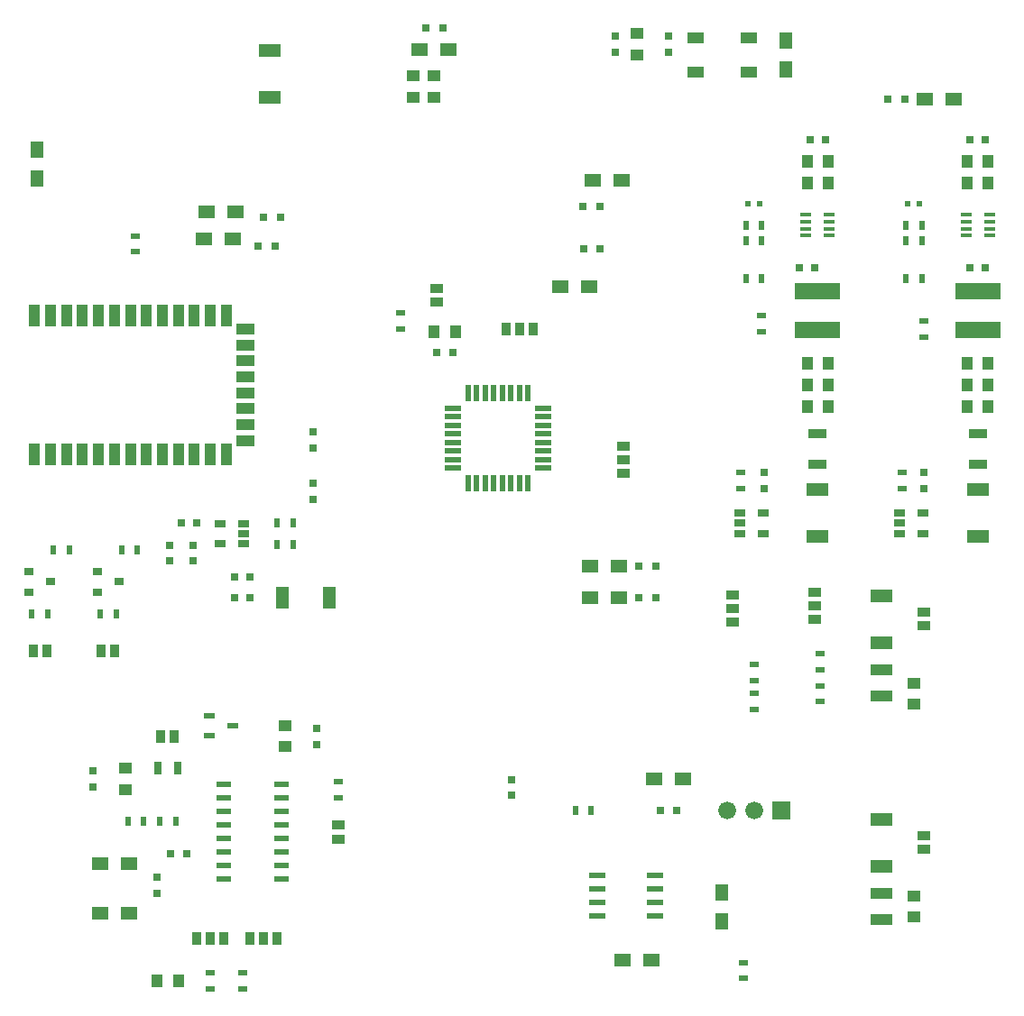
<source format=gbr>
G04 #@! TF.FileFunction,Paste,Top*
%FSLAX46Y46*%
G04 Gerber Fmt 4.6, Leading zero omitted, Abs format (unit mm)*
G04 Created by KiCad (PCBNEW 4.0.7) date 06/11/18 20:49:47*
%MOMM*%
%LPD*%
G01*
G04 APERTURE LIST*
%ADD10C,0.100000*%
%ADD11R,1.800000X1.000000*%
%ADD12R,1.000000X2.000000*%
%ADD13R,0.750000X0.800000*%
%ADD14R,0.800000X0.750000*%
%ADD15R,2.030000X1.140000*%
%ADD16R,1.270000X0.970000*%
%ADD17R,1.009200X0.599200*%
%ADD18R,0.500000X0.900000*%
%ADD19R,0.900000X0.500000*%
%ADD20R,1.060000X0.400000*%
%ADD21R,1.499200X0.549200*%
%ADD22R,0.700000X1.300000*%
%ADD23R,1.600000X1.000000*%
%ADD24R,1.250000X1.000000*%
%ADD25R,1.000000X1.250000*%
%ADD26R,0.970000X1.270000*%
%ADD27R,0.900000X0.800000*%
%ADD28R,1.600000X0.550000*%
%ADD29R,0.550000X1.600000*%
%ADD30R,1.060000X0.650000*%
%ADD31R,0.600000X0.500000*%
%ADD32R,0.800000X0.800000*%
%ADD33R,4.200000X1.500000*%
%ADD34R,1.500000X1.300000*%
%ADD35R,1.300000X1.500000*%
%ADD36R,1.700000X0.900000*%
%ADD37R,1.676400X1.676400*%
%ADD38C,1.676400*%
%ADD39R,1.448400X0.498400*%
%ADD40R,2.098040X1.198880*%
%ADD41R,1.198880X2.098040*%
G04 APERTURE END LIST*
D10*
D11*
X73250000Y-90250000D03*
X73250000Y-88750000D03*
X73250000Y-87250000D03*
X73250000Y-85750000D03*
X73250000Y-84250000D03*
X73250000Y-82750000D03*
X73250000Y-81250000D03*
X73250000Y-79750000D03*
D12*
X53500000Y-91500000D03*
X55000000Y-91500000D03*
X56500000Y-91500000D03*
X58000000Y-91500000D03*
X59500000Y-91500000D03*
X61000000Y-91500000D03*
X62500000Y-91500000D03*
X64000000Y-91500000D03*
X65500000Y-91500000D03*
X67000000Y-91500000D03*
X68500000Y-91500000D03*
X70000000Y-91500000D03*
X71500000Y-91500000D03*
X71500000Y-78500000D03*
X70000000Y-78500000D03*
X68500000Y-78500000D03*
X67000000Y-78500000D03*
X65500000Y-78500000D03*
X64000000Y-78500000D03*
X62500000Y-78500000D03*
X61000000Y-78500000D03*
X59500000Y-78500000D03*
X58000000Y-78500000D03*
X56500000Y-78500000D03*
X55000000Y-78500000D03*
X53500000Y-78500000D03*
D13*
X108000000Y-52250000D03*
X108000000Y-53750000D03*
X113000000Y-52250000D03*
X113000000Y-53750000D03*
D14*
X127750000Y-62000000D03*
X126250000Y-62000000D03*
X126750000Y-74000000D03*
X125250000Y-74000000D03*
D13*
X59000000Y-122750000D03*
X59000000Y-121250000D03*
D14*
X66250000Y-129000000D03*
X67750000Y-129000000D03*
D13*
X65000000Y-132750000D03*
X65000000Y-131250000D03*
D14*
X142750000Y-62000000D03*
X141250000Y-62000000D03*
X142750000Y-74000000D03*
X141250000Y-74000000D03*
D13*
X137000000Y-93250000D03*
X137000000Y-94750000D03*
X122000000Y-93250000D03*
X122000000Y-94750000D03*
D15*
X133000000Y-111800000D03*
X133000000Y-114200000D03*
X133000000Y-132800000D03*
X133000000Y-135200000D03*
D16*
X82000000Y-126360000D03*
X82000000Y-127640000D03*
D17*
X69900000Y-116050000D03*
X72100000Y-117000000D03*
X69900000Y-117950000D03*
D18*
X121750000Y-75000000D03*
X120250000Y-75000000D03*
D19*
X121750000Y-80000000D03*
X121750000Y-78500000D03*
D18*
X121750000Y-71500000D03*
X120250000Y-71500000D03*
X120250000Y-70000000D03*
X121750000Y-70000000D03*
X66750000Y-126000000D03*
X65250000Y-126000000D03*
X63750000Y-126000000D03*
X62250000Y-126000000D03*
D19*
X82000000Y-122250000D03*
X82000000Y-123750000D03*
X63000000Y-72500000D03*
X63000000Y-71000000D03*
D18*
X105750000Y-125000000D03*
X104250000Y-125000000D03*
D19*
X120000000Y-140750000D03*
X120000000Y-139250000D03*
D18*
X136750000Y-75000000D03*
X135250000Y-75000000D03*
D19*
X137000000Y-80500000D03*
X137000000Y-79000000D03*
D18*
X136750000Y-71500000D03*
X135250000Y-71500000D03*
X135250000Y-70000000D03*
X136750000Y-70000000D03*
D19*
X119750000Y-93250000D03*
X119750000Y-94750000D03*
X134950000Y-93250000D03*
X134950000Y-94750000D03*
D20*
X128100000Y-70980000D03*
X128100000Y-70330000D03*
X128100000Y-69670000D03*
X128100000Y-69020000D03*
X125900000Y-69020000D03*
X125900000Y-69670000D03*
X125900000Y-70330000D03*
X125900000Y-70980000D03*
D21*
X106300000Y-131095000D03*
X106300000Y-132365000D03*
X106300000Y-133635000D03*
X106300000Y-134905000D03*
X111700000Y-134905000D03*
X111700000Y-133635000D03*
X111700000Y-132365000D03*
X111700000Y-131095000D03*
D20*
X143100000Y-70980000D03*
X143100000Y-70330000D03*
X143100000Y-69670000D03*
X143100000Y-69020000D03*
X140900000Y-69020000D03*
X140900000Y-69670000D03*
X140900000Y-70330000D03*
X140900000Y-70980000D03*
D13*
X80000000Y-117250000D03*
X80000000Y-118750000D03*
D22*
X65050000Y-121000000D03*
X66950000Y-121000000D03*
D19*
X121000000Y-111250000D03*
X121000000Y-112750000D03*
X121000000Y-114000000D03*
X121000000Y-115500000D03*
X127250000Y-110250000D03*
X127250000Y-111750000D03*
X127250000Y-113250000D03*
X127250000Y-114750000D03*
D23*
X120500000Y-55600000D03*
X120500000Y-52400000D03*
X115500000Y-55600000D03*
X115500000Y-52400000D03*
D24*
X89000000Y-56000000D03*
X89000000Y-58000000D03*
X91000000Y-56000000D03*
X91000000Y-58000000D03*
X110000000Y-54000000D03*
X110000000Y-52000000D03*
D25*
X67000000Y-141000000D03*
X65000000Y-141000000D03*
X93000000Y-80000000D03*
X91000000Y-80000000D03*
D14*
X91250000Y-82000000D03*
X92750000Y-82000000D03*
D13*
X79600000Y-89450000D03*
X79600000Y-90950000D03*
X79600000Y-95750000D03*
X79600000Y-94250000D03*
D25*
X126000000Y-64000000D03*
X128000000Y-64000000D03*
X126000000Y-66000000D03*
X128000000Y-66000000D03*
X126000000Y-83000000D03*
X128000000Y-83000000D03*
X126000000Y-85000000D03*
X128000000Y-85000000D03*
X126000000Y-87000000D03*
X128000000Y-87000000D03*
D24*
X62000000Y-121000000D03*
X62000000Y-123000000D03*
X77000000Y-117000000D03*
X77000000Y-119000000D03*
X136000000Y-115000000D03*
X136000000Y-113000000D03*
X136000000Y-135000000D03*
X136000000Y-133000000D03*
D25*
X141000000Y-64000000D03*
X143000000Y-64000000D03*
X141000000Y-66000000D03*
X143000000Y-66000000D03*
X141000000Y-83000000D03*
X143000000Y-83000000D03*
X141000000Y-85000000D03*
X143000000Y-85000000D03*
X141000000Y-87000000D03*
X143000000Y-87000000D03*
D14*
X73750000Y-105000000D03*
X72250000Y-105000000D03*
X73750000Y-103000000D03*
X72250000Y-103000000D03*
X68750000Y-98000000D03*
X67250000Y-98000000D03*
D13*
X68400000Y-100050000D03*
X68400000Y-101550000D03*
X66200000Y-100050000D03*
X66200000Y-101550000D03*
D26*
X68730000Y-137000000D03*
X70000000Y-137000000D03*
X71270000Y-137000000D03*
X76270000Y-137000000D03*
X75000000Y-137000000D03*
X73730000Y-137000000D03*
D16*
X108800000Y-90730000D03*
X108800000Y-92000000D03*
X108800000Y-93270000D03*
D26*
X97730000Y-79756000D03*
X99000000Y-79756000D03*
X100270000Y-79756000D03*
D27*
X59400000Y-102550000D03*
X59400000Y-104450000D03*
X61400000Y-103500000D03*
X53000000Y-102550000D03*
X53000000Y-104450000D03*
X55000000Y-103500000D03*
D19*
X70000000Y-141750000D03*
X70000000Y-140250000D03*
X73000000Y-141750000D03*
X73000000Y-140250000D03*
X87884000Y-78244000D03*
X87884000Y-79744000D03*
D18*
X76250000Y-98000000D03*
X77750000Y-98000000D03*
X76250000Y-100000000D03*
X77750000Y-100000000D03*
X59650000Y-106500000D03*
X61150000Y-106500000D03*
X53250000Y-106500000D03*
X54750000Y-106500000D03*
X61650000Y-100500000D03*
X63150000Y-100500000D03*
X55250000Y-100500000D03*
X56750000Y-100500000D03*
D28*
X92750000Y-87200000D03*
X92750000Y-88000000D03*
X92750000Y-88800000D03*
X92750000Y-89600000D03*
X92750000Y-90400000D03*
X92750000Y-91200000D03*
X92750000Y-92000000D03*
X92750000Y-92800000D03*
D29*
X94200000Y-94250000D03*
X95000000Y-94250000D03*
X95800000Y-94250000D03*
X96600000Y-94250000D03*
X97400000Y-94250000D03*
X98200000Y-94250000D03*
X99000000Y-94250000D03*
X99800000Y-94250000D03*
D28*
X101250000Y-92800000D03*
X101250000Y-92000000D03*
X101250000Y-91200000D03*
X101250000Y-90400000D03*
X101250000Y-89600000D03*
X101250000Y-88800000D03*
X101250000Y-88000000D03*
X101250000Y-87200000D03*
D29*
X99800000Y-85750000D03*
X99000000Y-85750000D03*
X98200000Y-85750000D03*
X97400000Y-85750000D03*
X96600000Y-85750000D03*
X95800000Y-85750000D03*
X95000000Y-85750000D03*
X94200000Y-85750000D03*
D30*
X73100000Y-99950000D03*
X73100000Y-99000000D03*
X73100000Y-98050000D03*
X70900000Y-98050000D03*
X70900000Y-99950000D03*
D26*
X61040000Y-110000000D03*
X59760000Y-110000000D03*
X54640000Y-110000000D03*
X53360000Y-110000000D03*
D13*
X98298000Y-122059000D03*
X98298000Y-123559000D03*
D16*
X126750000Y-104480000D03*
X126750000Y-105750000D03*
X126750000Y-107020000D03*
X119000000Y-104730000D03*
X119000000Y-106000000D03*
X119000000Y-107270000D03*
X91200000Y-77240000D03*
X91200000Y-75960000D03*
D26*
X66640000Y-118000000D03*
X65360000Y-118000000D03*
D16*
X137000000Y-106360000D03*
X137000000Y-107640000D03*
X137000000Y-127360000D03*
X137000000Y-128640000D03*
D31*
X121550000Y-68000000D03*
X120450000Y-68000000D03*
X136550000Y-68000000D03*
X135450000Y-68000000D03*
D32*
X133566000Y-58166000D03*
X135166000Y-58166000D03*
X91800000Y-51500000D03*
X90200000Y-51500000D03*
X104950000Y-68250000D03*
X106550000Y-68250000D03*
X105000000Y-72200000D03*
X106600000Y-72200000D03*
X111800000Y-102000000D03*
X110200000Y-102000000D03*
X111800000Y-105000000D03*
X110200000Y-105000000D03*
X74450000Y-72000000D03*
X76050000Y-72000000D03*
X113800000Y-125000000D03*
X112200000Y-125000000D03*
X74950000Y-69250000D03*
X76550000Y-69250000D03*
D33*
X127000000Y-76200000D03*
X127000000Y-79800000D03*
X142000000Y-76200000D03*
X142000000Y-79800000D03*
D34*
X92350000Y-53500000D03*
X89650000Y-53500000D03*
D35*
X124000000Y-55350000D03*
X124000000Y-52650000D03*
D34*
X108600000Y-65750000D03*
X105900000Y-65750000D03*
X105550000Y-75800000D03*
X102850000Y-75800000D03*
D36*
X127000000Y-92450000D03*
X127000000Y-89550000D03*
D34*
X62350000Y-130000000D03*
X59650000Y-130000000D03*
X62350000Y-134600000D03*
X59650000Y-134600000D03*
D36*
X142000000Y-92450000D03*
X142000000Y-89550000D03*
D34*
X108650000Y-139000000D03*
X111350000Y-139000000D03*
X111650000Y-122000000D03*
X114350000Y-122000000D03*
D35*
X118000000Y-135350000D03*
X118000000Y-132650000D03*
X53750000Y-65600000D03*
X53750000Y-62900000D03*
D37*
X123540000Y-125000000D03*
D38*
X121000000Y-125000000D03*
X118460000Y-125000000D03*
D39*
X71300000Y-122555000D03*
X71300000Y-123825000D03*
X71300000Y-125095000D03*
X71300000Y-126365000D03*
X71300000Y-127635000D03*
X71300000Y-128905000D03*
X71300000Y-130175000D03*
X71300000Y-131445000D03*
X76700000Y-131445000D03*
X76700000Y-130175000D03*
X76700000Y-128905000D03*
X76700000Y-127635000D03*
X76700000Y-126365000D03*
X76700000Y-125095000D03*
X76700000Y-123825000D03*
X76700000Y-122555000D03*
D30*
X119650000Y-97050000D03*
X119650000Y-98000000D03*
X119650000Y-98950000D03*
X121850000Y-98950000D03*
X121850000Y-97050000D03*
X134650000Y-97050000D03*
X134650000Y-98000000D03*
X134650000Y-98950000D03*
X136850000Y-98950000D03*
X136850000Y-97050000D03*
D34*
X72100000Y-71250000D03*
X69400000Y-71250000D03*
X72350000Y-68750000D03*
X69650000Y-68750000D03*
X108350000Y-102000000D03*
X105650000Y-102000000D03*
X108350000Y-105000000D03*
X105650000Y-105000000D03*
X137080000Y-58166000D03*
X139780000Y-58166000D03*
D40*
X75600000Y-57999640D03*
X75600000Y-53600360D03*
X127000000Y-99199640D03*
X127000000Y-94800360D03*
X133000000Y-109199640D03*
X133000000Y-104800360D03*
X133000000Y-130199640D03*
X133000000Y-125800360D03*
X142000000Y-99199640D03*
X142000000Y-94800360D03*
D41*
X76800360Y-105000000D03*
X81199640Y-105000000D03*
M02*

</source>
